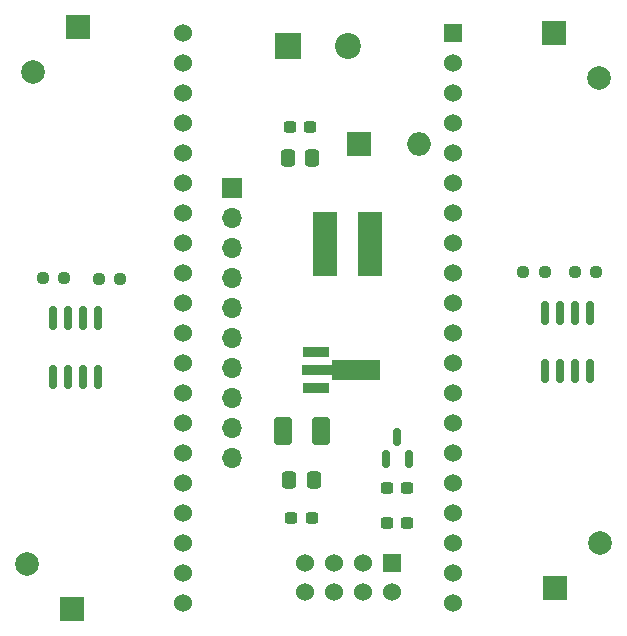
<source format=gbr>
%TF.GenerationSoftware,KiCad,Pcbnew,(6.0.7)*%
%TF.CreationDate,2022-10-25T16:16:00+09:00*%
%TF.ProjectId,quad_jsb,71756164-5f6a-4736-922e-6b696361645f,rev?*%
%TF.SameCoordinates,Original*%
%TF.FileFunction,Soldermask,Bot*%
%TF.FilePolarity,Negative*%
%FSLAX46Y46*%
G04 Gerber Fmt 4.6, Leading zero omitted, Abs format (unit mm)*
G04 Created by KiCad (PCBNEW (6.0.7)) date 2022-10-25 16:16:00*
%MOMM*%
%LPD*%
G01*
G04 APERTURE LIST*
G04 Aperture macros list*
%AMRoundRect*
0 Rectangle with rounded corners*
0 $1 Rounding radius*
0 $2 $3 $4 $5 $6 $7 $8 $9 X,Y pos of 4 corners*
0 Add a 4 corners polygon primitive as box body*
4,1,4,$2,$3,$4,$5,$6,$7,$8,$9,$2,$3,0*
0 Add four circle primitives for the rounded corners*
1,1,$1+$1,$2,$3*
1,1,$1+$1,$4,$5*
1,1,$1+$1,$6,$7*
1,1,$1+$1,$8,$9*
0 Add four rect primitives between the rounded corners*
20,1,$1+$1,$2,$3,$4,$5,0*
20,1,$1+$1,$4,$5,$6,$7,0*
20,1,$1+$1,$6,$7,$8,$9,0*
20,1,$1+$1,$8,$9,$2,$3,0*%
%AMFreePoly0*
4,1,9,5.362500,-0.866500,1.237500,-0.866500,1.237500,-0.450000,-1.237500,-0.450000,-1.237500,0.450000,1.237500,0.450000,1.237500,0.866500,5.362500,0.866500,5.362500,-0.866500,5.362500,-0.866500,$1*%
G04 Aperture macros list end*
%ADD10C,2.000000*%
%ADD11R,2.000000X2.000000*%
%ADD12C,2.200000*%
%ADD13R,2.200000X2.200000*%
%ADD14R,1.524000X1.524000*%
%ADD15C,1.524000*%
%ADD16O,2.000000X2.000000*%
%ADD17R,1.700000X1.700000*%
%ADD18O,1.700000X1.700000*%
%ADD19RoundRect,0.237500X0.300000X0.237500X-0.300000X0.237500X-0.300000X-0.237500X0.300000X-0.237500X0*%
%ADD20RoundRect,0.237500X-0.250000X-0.237500X0.250000X-0.237500X0.250000X0.237500X-0.250000X0.237500X0*%
%ADD21RoundRect,0.250000X0.337500X0.475000X-0.337500X0.475000X-0.337500X-0.475000X0.337500X-0.475000X0*%
%ADD22RoundRect,0.150000X0.150000X-0.587500X0.150000X0.587500X-0.150000X0.587500X-0.150000X-0.587500X0*%
%ADD23R,2.150000X5.500000*%
%ADD24RoundRect,0.150000X-0.150000X0.825000X-0.150000X-0.825000X0.150000X-0.825000X0.150000X0.825000X0*%
%ADD25R,2.300000X0.900000*%
%ADD26FreePoly0,0.000000*%
%ADD27RoundRect,0.237500X-0.300000X-0.237500X0.300000X-0.237500X0.300000X0.237500X-0.300000X0.237500X0*%
%ADD28RoundRect,0.250001X0.499999X0.924999X-0.499999X0.924999X-0.499999X-0.924999X0.499999X-0.924999X0*%
%ADD29RoundRect,0.250000X-0.337500X-0.475000X0.337500X-0.475000X0.337500X0.475000X-0.337500X0.475000X0*%
G04 APERTURE END LIST*
D10*
%TO.C,U11*%
X3345000Y48345000D03*
D11*
X7155000Y52155000D03*
%TD*%
D12*
%TO.C,U1*%
X30040000Y50500000D03*
D13*
X24960000Y50500000D03*
%TD*%
D14*
%TO.C,U4*%
X33750000Y6750000D03*
D15*
X33750000Y4290000D03*
X31290000Y6750000D03*
X31290000Y4290000D03*
X28830000Y6750000D03*
X28830000Y4290000D03*
X26370000Y6750000D03*
X26370000Y4290000D03*
%TD*%
D10*
%TO.C,U12*%
X51405000Y8405000D03*
D11*
X47595000Y4595000D03*
%TD*%
D10*
%TO.C,U9*%
X2845000Y6655000D03*
D11*
X6655000Y2845000D03*
%TD*%
%TO.C,D1*%
X30960000Y42250000D03*
D16*
X36040000Y42250000D03*
%TD*%
D17*
%TO.C,U6*%
X20225000Y38525000D03*
D18*
X20225000Y35985000D03*
X20225000Y33445000D03*
X20225000Y30905000D03*
X20225000Y28365000D03*
X20225000Y25825000D03*
X20225000Y23285000D03*
X20225000Y20745000D03*
X20225000Y18205000D03*
X20225000Y15665000D03*
%TD*%
D10*
%TO.C,U10*%
X51255000Y47820000D03*
D11*
X47445000Y51630000D03*
%TD*%
D19*
%TO.C,C5*%
X35062500Y13050000D03*
X33337500Y13050000D03*
%TD*%
D20*
%TO.C,R5*%
X4212500Y30875000D03*
X6037500Y30875000D03*
%TD*%
D21*
%TO.C,C4*%
X27037500Y41000000D03*
X24962500Y41000000D03*
%TD*%
D22*
%TO.C,U3*%
X35175000Y15537500D03*
X33275000Y15537500D03*
X34225000Y17412500D03*
%TD*%
D23*
%TO.C,L1*%
X28075000Y33750000D03*
X31925000Y33750000D03*
%TD*%
D14*
%TO.C,U5*%
X38930000Y51630000D03*
D15*
X38930000Y49090000D03*
X38930000Y46550000D03*
X38930000Y44010000D03*
X38930000Y41470000D03*
X38930000Y38930000D03*
X38930000Y36390000D03*
X38930000Y33850000D03*
X38930000Y31310000D03*
X38930000Y28770000D03*
X38930000Y26230000D03*
X38930000Y23690000D03*
X38930000Y21150000D03*
X38930000Y18610000D03*
X38930000Y16070000D03*
X38930000Y13530000D03*
X38930000Y10990000D03*
X38930000Y8450000D03*
X38930000Y5910000D03*
X38930000Y3370000D03*
X16070000Y3370000D03*
X16070000Y5910000D03*
X16070000Y8450000D03*
X16070000Y10990000D03*
X16070000Y13530000D03*
X16070000Y16070000D03*
X16070000Y18610000D03*
X16070000Y21150000D03*
X16070000Y23690000D03*
X16070000Y26230000D03*
X16070000Y28770000D03*
X16070000Y31310000D03*
X16070000Y33850000D03*
X16070000Y36390000D03*
X16070000Y38930000D03*
X16070000Y41470000D03*
X16070000Y44010000D03*
X16070000Y46550000D03*
X16070000Y49090000D03*
X16070000Y51630000D03*
%TD*%
D19*
%TO.C,C8*%
X35075000Y10100000D03*
X33350000Y10100000D03*
%TD*%
D24*
%TO.C,U8*%
X46745000Y27950000D03*
X48015000Y27950000D03*
X49285000Y27950000D03*
X50555000Y27950000D03*
X50555000Y23000000D03*
X49285000Y23000000D03*
X48015000Y23000000D03*
X46745000Y23000000D03*
%TD*%
%TO.C,U7*%
X5095000Y27475000D03*
X6365000Y27475000D03*
X7635000Y27475000D03*
X8905000Y27475000D03*
X8905000Y22525000D03*
X7635000Y22525000D03*
X6365000Y22525000D03*
X5095000Y22525000D03*
%TD*%
D25*
%TO.C,U2*%
X27325000Y21575000D03*
D26*
X27412500Y23075000D03*
D25*
X27325000Y24575000D03*
%TD*%
D27*
%TO.C,C3*%
X25237500Y10550000D03*
X26962500Y10550000D03*
%TD*%
D28*
%TO.C,C6*%
X27800000Y17925000D03*
X24550000Y17925000D03*
%TD*%
D27*
%TO.C,C2*%
X25112500Y43675000D03*
X26837500Y43675000D03*
%TD*%
D20*
%TO.C,R7*%
X44887500Y31350000D03*
X46712500Y31350000D03*
%TD*%
%TO.C,R8*%
X49237500Y31350000D03*
X51062500Y31350000D03*
%TD*%
D29*
%TO.C,C7*%
X25062500Y13750000D03*
X27137500Y13750000D03*
%TD*%
D20*
%TO.C,R6*%
X8937500Y30750000D03*
X10762500Y30750000D03*
%TD*%
M02*

</source>
